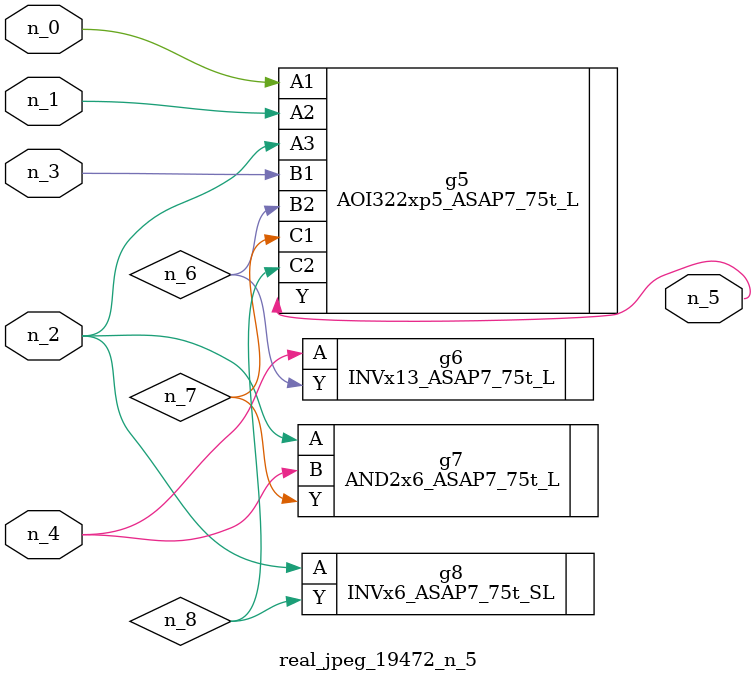
<source format=v>
module real_jpeg_19472_n_5 (n_4, n_0, n_1, n_2, n_3, n_5);

input n_4;
input n_0;
input n_1;
input n_2;
input n_3;

output n_5;

wire n_8;
wire n_6;
wire n_7;

AOI322xp5_ASAP7_75t_L g5 ( 
.A1(n_0),
.A2(n_1),
.A3(n_2),
.B1(n_3),
.B2(n_6),
.C1(n_7),
.C2(n_8),
.Y(n_5)
);

AND2x6_ASAP7_75t_L g7 ( 
.A(n_2),
.B(n_4),
.Y(n_7)
);

INVx6_ASAP7_75t_SL g8 ( 
.A(n_2),
.Y(n_8)
);

INVx13_ASAP7_75t_L g6 ( 
.A(n_4),
.Y(n_6)
);


endmodule
</source>
